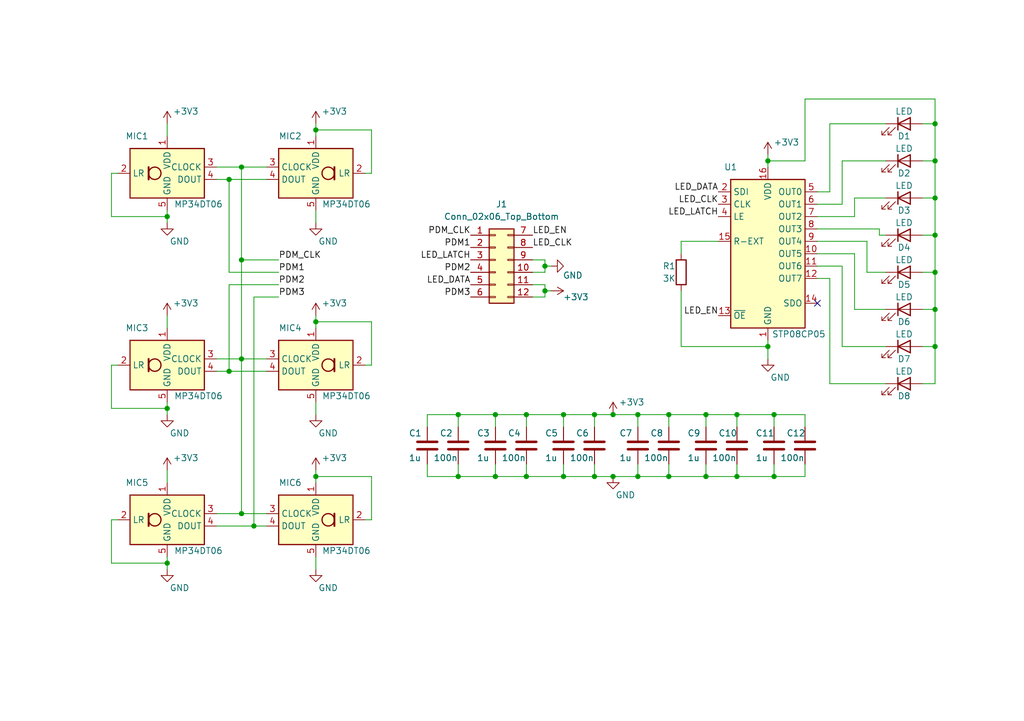
<source format=kicad_sch>
(kicad_sch (version 20210126) (generator eeschema)
  (paper "A5")
  (title_block (title "Sound Lens") (date "2021-02-22") (rev "0.1") (comment 1 "https://vitaly.codes/sound-lens"))
  (lib_symbols
    (symbol "Connector_Generic:Conn_02x06_Top_Bottom" (pin_names (offset 1.016) hide)
      (property "Reference" "J" (at 1.27 7.62 0))
      (property "Value" "Conn_02x06_Top_Bottom" (at 1.27 -10.16 0))
      (symbol "Conn_02x06_Top_Bottom_1_1"
        (rectangle (start -1.27 -4.953) (end 0 -5.207) (stroke (width 0.1524)))
        (rectangle (start -1.27 -7.493) (end 0 -7.747) (stroke (width 0.1524)))
        (rectangle (start -1.27 -2.413) (end 0 -2.667) (stroke (width 0.1524)))
        (rectangle (start -1.27 2.667) (end 0 2.413) (stroke (width 0.1524)))
        (rectangle (start -1.27 5.207) (end 0 4.953) (stroke (width 0.1524)))
        (rectangle (start -1.27 6.35) (end 3.81 -8.89) (stroke (width 0.254)) (fill (type background)))
        (rectangle (start -1.27 0.127) (end 0 -0.127) (stroke (width 0.1524)))
        (rectangle (start 3.81 -4.953) (end 2.54 -5.207) (stroke (width 0.1524)))
        (rectangle (start 3.81 -7.493) (end 2.54 -7.747) (stroke (width 0.1524)))
        (rectangle (start 3.81 -2.413) (end 2.54 -2.667) (stroke (width 0.1524)))
        (rectangle (start 3.81 2.667) (end 2.54 2.413) (stroke (width 0.1524)))
        (rectangle (start 3.81 5.207) (end 2.54 4.953) (stroke (width 0.1524)))
        (rectangle (start 3.81 0.127) (end 2.54 -0.127) (stroke (width 0.1524)))
        (pin passive line (at -5.08 5.08 0) (length 3.81) (name "Pin_1") (number "1"))
        (pin passive line (at 7.62 -2.54 180) (length 3.81) (name "Pin_10") (number "10"))
        (pin passive line (at 7.62 -5.08 180) (length 3.81) (name "Pin_11") (number "11"))
        (pin passive line (at 7.62 -7.62 180) (length 3.81) (name "Pin_12") (number "12"))
        (pin passive line (at -5.08 2.54 0) (length 3.81) (name "Pin_2") (number "2"))
        (pin passive line (at -5.08 0 0) (length 3.81) (name "Pin_3") (number "3"))
        (pin passive line (at -5.08 -2.54 0) (length 3.81) (name "Pin_4") (number "4"))
        (pin passive line (at -5.08 -5.08 0) (length 3.81) (name "Pin_5") (number "5"))
        (pin passive line (at -5.08 -7.62 0) (length 3.81) (name "Pin_6") (number "6"))
        (pin passive line (at 7.62 5.08 180) (length 3.81) (name "Pin_7") (number "7"))
        (pin passive line (at 7.62 2.54 180) (length 3.81) (name "Pin_8") (number "8"))
        (pin passive line (at 7.62 0 180) (length 3.81) (name "Pin_9") (number "9"))
      )
    )
    (symbol "Device:C" (pin_numbers hide) (pin_names (offset 0.254))
      (property "Reference" "C" (at 0.635 2.54 0))
      (property "Value" "C" (at 0.635 -2.54 0))
      (symbol "C_0_1"
        (polyline (pts (xy -2.032 -0.762) (xy 2.032 -0.762)) (stroke (width 0.508)))
        (polyline (pts (xy -2.032 0.762) (xy 2.032 0.762)) (stroke (width 0.508)))
      )
      (symbol "C_1_1"
        (pin passive line (at 0 3.81 270) (length 2.794) (name "~") (number "1"))
        (pin passive line (at 0 -3.81 90) (length 2.794) (name "~") (number "2"))
      )
    )
    (symbol "Device:LED" (pin_numbers hide) (pin_names (offset 1.016) hide)
      (property "Reference" "D" (at 0 2.54 0))
      (property "Value" "LED" (at 0 -2.54 0))
      (symbol "LED_0_1"
        (polyline (pts (xy -1.27 -1.27) (xy -1.27 1.27)) (stroke (width 0.254)))
        (polyline (pts (xy -1.27 0) (xy 1.27 0)))
        (polyline (pts (xy 1.27 -1.27) (xy 1.27 1.27) (xy -1.27 0) (xy 1.27 -1.27)) (stroke (width 0.254)))
        (polyline (pts (xy -3.048 -0.762) (xy -4.572 -2.286) (xy -3.81 -2.286) (xy -4.572 -2.286) (xy -4.572 -1.524)))
        (polyline (pts (xy -1.778 -0.762) (xy -3.302 -2.286) (xy -2.54 -2.286) (xy -3.302 -2.286) (xy -3.302 -1.524)))
      )
      (symbol "LED_1_1"
        (pin passive line (at -3.81 0 0) (length 2.54) (name "K") (number "1"))
        (pin passive line (at 3.81 0 180) (length 2.54) (name "A") (number "2"))
      )
    )
    (symbol "Device:R" (pin_numbers hide) (pin_names (offset 0))
      (property "Reference" "R" (at 2.032 0 90))
      (property "Value" "R" (at 0 0 90))
      (symbol "R_0_1"
        (rectangle (start -1.016 -2.54) (end 1.016 2.54) (stroke (width 0.254)))
      )
      (symbol "R_1_1"
        (pin passive line (at 0 3.81 270) (length 1.27) (name "~") (number "1"))
        (pin passive line (at 0 -3.81 90) (length 1.27) (name "~") (number "2"))
      )
    )
    (symbol "Driver_LED:STP08CP05"
      (property "Reference" "U" (at -7.62 16.51 0))
      (property "Value" "STP08CP05" (at 1.27 16.51 0))
      (symbol "STP08CP05_0_1"
        (rectangle (start -7.62 15.24) (end 7.62 -15.24) (stroke (width 0.254)) (fill (type background)))
      )
      (symbol "STP08CP05_1_1"
        (pin power_in line (at 0 -17.78 90) (length 2.54) (name "GND") (number "1"))
        (pin output line (at 10.16 0 180) (length 2.54) (name "OUT5") (number "10"))
        (pin output line (at 10.16 -2.54 180) (length 2.54) (name "OUT6") (number "11"))
        (pin output line (at 10.16 -5.08 180) (length 2.54) (name "OUT7") (number "12"))
        (pin input line (at -10.16 -12.7 0) (length 2.54) (name "~OE") (number "13"))
        (pin output line (at 10.16 -10.16 180) (length 2.54) (name "SDO") (number "14"))
        (pin passive line (at -10.16 2.54 0) (length 2.54) (name "R-EXT") (number "15"))
        (pin power_in line (at 0 17.78 270) (length 2.54) (name "VDD") (number "16"))
        (pin input line (at -10.16 12.7 0) (length 2.54) (name "SDI") (number "2"))
        (pin input line (at -10.16 10.16 0) (length 2.54) (name "CLK") (number "3"))
        (pin input line (at -10.16 7.62 0) (length 2.54) (name "LE") (number "4"))
        (pin output line (at 10.16 12.7 180) (length 2.54) (name "OUT0") (number "5"))
        (pin output line (at 10.16 10.16 180) (length 2.54) (name "OUT1") (number "6"))
        (pin output line (at 10.16 7.62 180) (length 2.54) (name "OUT2") (number "7"))
        (pin output line (at 10.16 5.08 180) (length 2.54) (name "OUT3") (number "8"))
        (pin output line (at 10.16 2.54 180) (length 2.54) (name "OUT4") (number "9"))
      )
    )
    (symbol "ProjectLibrary:MP34DT06"
      (property "Reference" "MIC" (at -5.08 -3.81 0))
      (property "Value" "MP34DT06" (at 6.35 7.62 0))
      (symbol "MP34DT06_1_1"
        (circle (center -2.54 0) (radius 1.27) (stroke (width 0.254)))
        (rectangle (start -7.62 5.08) (end 7.62 -5.08) (stroke (width 0.254)) (fill (type background)))
        (polyline (pts (xy -3.81 1.27) (xy -3.81 -1.27)) (stroke (width 0.381)))
        (pin output line (at 10.16 -1.27 180) (length 2.54) (name "DOUT") (number "4"))
        (pin input line (at -10.16 0 0) (length 2.54) (name "LR") (number "2"))
        (pin power_in line (at 0 -7.62 90) (length 2.54) (name "GND") (number "5"))
        (pin input line (at 10.16 1.27 180) (length 2.54) (name "CLOCK") (number "3"))
        (pin power_in line (at 0 7.62 270) (length 2.54) (name "VDD") (number "1"))
      )
    )
    (symbol "ProjectLibrary:MP34DT06_1"
      (property "Reference" "MIC" (at -5.08 -3.81 0))
      (property "Value" "MP34DT06" (at 6.35 7.62 0))
      (symbol "MP34DT06_1_1_1"
        (circle (center -2.54 0) (radius 1.27) (stroke (width 0.254)))
        (rectangle (start -7.62 5.08) (end 7.62 -5.08) (stroke (width 0.254)) (fill (type background)))
        (polyline (pts (xy -3.81 1.27) (xy -3.81 -1.27)) (stroke (width 0.381)))
        (pin output line (at 10.16 -1.27 180) (length 2.54) (name "DOUT") (number "4"))
        (pin input line (at -10.16 0 0) (length 2.54) (name "LR") (number "2"))
        (pin power_in line (at 0 -7.62 90) (length 2.54) (name "GND") (number "5"))
        (pin input line (at 10.16 1.27 180) (length 2.54) (name "CLOCK") (number "3"))
        (pin power_in line (at 0 7.62 270) (length 2.54) (name "VDD") (number "1"))
      )
    )
    (symbol "ProjectLibrary:MP34DT06_2"
      (property "Reference" "MIC" (at -5.08 -3.81 0))
      (property "Value" "MP34DT06" (at 6.35 7.62 0))
      (symbol "MP34DT06_2_1_1"
        (circle (center -2.54 0) (radius 1.27) (stroke (width 0.254)))
        (rectangle (start -7.62 5.08) (end 7.62 -5.08) (stroke (width 0.254)) (fill (type background)))
        (polyline (pts (xy -3.81 1.27) (xy -3.81 -1.27)) (stroke (width 0.381)))
        (pin output line (at 10.16 -1.27 180) (length 2.54) (name "DOUT") (number "4"))
        (pin input line (at -10.16 0 0) (length 2.54) (name "LR") (number "2"))
        (pin power_in line (at 0 -7.62 90) (length 2.54) (name "GND") (number "5"))
        (pin input line (at 10.16 1.27 180) (length 2.54) (name "CLOCK") (number "3"))
        (pin power_in line (at 0 7.62 270) (length 2.54) (name "VDD") (number "1"))
      )
    )
    (symbol "ProjectLibrary:MP34DT06_3"
      (property "Reference" "MIC" (at -5.08 -3.81 0))
      (property "Value" "MP34DT06" (at 6.35 7.62 0))
      (symbol "MP34DT06_3_1_1"
        (circle (center -2.54 0) (radius 1.27) (stroke (width 0.254)))
        (rectangle (start -7.62 5.08) (end 7.62 -5.08) (stroke (width 0.254)) (fill (type background)))
        (polyline (pts (xy -3.81 1.27) (xy -3.81 -1.27)) (stroke (width 0.381)))
        (pin output line (at 10.16 -1.27 180) (length 2.54) (name "DOUT") (number "4"))
        (pin input line (at -10.16 0 0) (length 2.54) (name "LR") (number "2"))
        (pin power_in line (at 0 -7.62 90) (length 2.54) (name "GND") (number "5"))
        (pin input line (at 10.16 1.27 180) (length 2.54) (name "CLOCK") (number "3"))
        (pin power_in line (at 0 7.62 270) (length 2.54) (name "VDD") (number "1"))
      )
    )
    (symbol "ProjectLibrary:MP34DT06_4"
      (property "Reference" "MIC" (at -5.08 -3.81 0))
      (property "Value" "MP34DT06" (at 6.35 7.62 0))
      (symbol "MP34DT06_4_1_1"
        (circle (center -2.54 0) (radius 1.27) (stroke (width 0.254)))
        (rectangle (start -7.62 5.08) (end 7.62 -5.08) (stroke (width 0.254)) (fill (type background)))
        (polyline (pts (xy -3.81 1.27) (xy -3.81 -1.27)) (stroke (width 0.381)))
        (pin output line (at 10.16 -1.27 180) (length 2.54) (name "DOUT") (number "4"))
        (pin input line (at -10.16 0 0) (length 2.54) (name "LR") (number "2"))
        (pin power_in line (at 0 -7.62 90) (length 2.54) (name "GND") (number "5"))
        (pin input line (at 10.16 1.27 180) (length 2.54) (name "CLOCK") (number "3"))
        (pin power_in line (at 0 7.62 270) (length 2.54) (name "VDD") (number "1"))
      )
    )
    (symbol "ProjectLibrary:MP34DT06_5"
      (property "Reference" "MIC" (at -5.08 -3.81 0))
      (property "Value" "MP34DT06" (at 6.35 7.62 0))
      (symbol "MP34DT06_5_1_1"
        (circle (center -2.54 0) (radius 1.27) (stroke (width 0.254)))
        (rectangle (start -7.62 5.08) (end 7.62 -5.08) (stroke (width 0.254)) (fill (type background)))
        (polyline (pts (xy -3.81 1.27) (xy -3.81 -1.27)) (stroke (width 0.381)))
        (pin output line (at 10.16 -1.27 180) (length 2.54) (name "DOUT") (number "4"))
        (pin input line (at -10.16 0 0) (length 2.54) (name "LR") (number "2"))
        (pin power_in line (at 0 -7.62 90) (length 2.54) (name "GND") (number "5"))
        (pin input line (at 10.16 1.27 180) (length 2.54) (name "CLOCK") (number "3"))
        (pin power_in line (at 0 7.62 270) (length 2.54) (name "VDD") (number "1"))
      )
    )
    (symbol "power:+3.3V" (power) (pin_names (offset 0))
      (property "Value" "+3.3V" (at 0 3.556 0))
      (symbol "+3.3V_0_1"
        (polyline (pts (xy -0.762 1.27) (xy 0 2.54)))
        (polyline (pts (xy 0 0) (xy 0 2.54)))
        (polyline (pts (xy 0 2.54) (xy 0.762 1.27)))
      )
      (symbol "+3.3V_1_1"
        (pin power_in line (at 0 0 90) (length 0) hide (name "+3V3") (number "1"))
      )
    )
    (symbol "power:GND" (power) (pin_names (offset 0))
      (property "Value" "GND" (at 0 -3.81 0))
      (symbol "GND_0_1"
        (polyline (pts (xy 0 0) (xy 0 -1.27) (xy 1.27 -1.27) (xy 0 -2.54) (xy -1.27 -1.27) (xy 0 -1.27)))
      )
      (symbol "GND_1_1"
        (pin power_in line (at 0 0 270) (length 0) hide (name "GND") (number "1"))
      )
    )
  )
  (junction (at 34.29 44.45) (diameter 0.9144))
  (junction (at 34.29 83.82) (diameter 0.9144))
  (junction (at 34.29 115.57) (diameter 0.9144))
  (junction (at 46.99 36.83) (diameter 0.9144))
  (junction (at 46.99 76.2) (diameter 0.9144))
  (junction (at 49.53 34.29) (diameter 0.9144))
  (junction (at 49.53 53.34) (diameter 0.9144))
  (junction (at 49.53 73.66) (diameter 0.9144))
  (junction (at 49.53 105.41) (diameter 0.9144))
  (junction (at 52.07 107.95) (diameter 0.9144))
  (junction (at 64.77 26.67) (diameter 0.9144))
  (junction (at 64.77 66.04) (diameter 0.9144))
  (junction (at 64.77 97.79) (diameter 0.9144))
  (junction (at 93.98 85.09) (diameter 0.9144))
  (junction (at 93.98 97.79) (diameter 0.9144))
  (junction (at 101.6 85.09) (diameter 0.9144))
  (junction (at 101.6 97.79) (diameter 0.9144))
  (junction (at 107.95 85.09) (diameter 0.9144))
  (junction (at 107.95 97.79) (diameter 0.9144))
  (junction (at 111.76 54.61) (diameter 0.9144))
  (junction (at 111.76 59.69) (diameter 0.9144))
  (junction (at 115.57 85.09) (diameter 0.9144))
  (junction (at 115.57 97.79) (diameter 0.9144))
  (junction (at 121.92 85.09) (diameter 0.9144))
  (junction (at 121.92 97.79) (diameter 0.9144))
  (junction (at 125.73 85.09) (diameter 0.9144))
  (junction (at 125.73 97.79) (diameter 0.9144))
  (junction (at 130.81 85.09) (diameter 0.9144))
  (junction (at 130.81 97.79) (diameter 0.9144))
  (junction (at 137.16 85.09) (diameter 0.9144))
  (junction (at 137.16 97.79) (diameter 0.9144))
  (junction (at 144.78 85.09) (diameter 0.9144))
  (junction (at 144.78 97.79) (diameter 0.9144))
  (junction (at 151.13 85.09) (diameter 0.9144))
  (junction (at 151.13 97.79) (diameter 0.9144))
  (junction (at 157.48 33.02) (diameter 0.9144))
  (junction (at 157.48 71.12) (diameter 0.9144))
  (junction (at 158.75 85.09) (diameter 0.9144))
  (junction (at 158.75 97.79) (diameter 0.9144))
  (junction (at 191.77 25.4) (diameter 0.9144))
  (junction (at 191.77 33.02) (diameter 0.9144))
  (junction (at 191.77 40.64) (diameter 0.9144))
  (junction (at 191.77 48.26) (diameter 0.9144))
  (junction (at 191.77 55.88) (diameter 0.9144))
  (junction (at 191.77 63.5) (diameter 0.9144))
  (junction (at 191.77 71.12) (diameter 0.9144))
  (no_connect (at 167.64 62.23))
  (wire (pts (xy 22.86 35.56) (xy 22.86 44.45)))
  (wire (pts (xy 22.86 44.45) (xy 34.29 44.45)))
  (wire (pts (xy 22.86 74.93) (xy 22.86 83.82)))
  (wire (pts (xy 22.86 83.82) (xy 34.29 83.82)))
  (wire (pts (xy 22.86 106.68) (xy 22.86 115.57)))
  (wire (pts (xy 22.86 115.57) (xy 34.29 115.57)))
  (wire (pts (xy 24.13 35.56) (xy 22.86 35.56)))
  (wire (pts (xy 24.13 74.93) (xy 22.86 74.93)))
  (wire (pts (xy 24.13 106.68) (xy 22.86 106.68)))
  (wire (pts (xy 34.29 25.4) (xy 34.29 27.94)))
  (wire (pts (xy 34.29 43.18) (xy 34.29 44.45)))
  (wire (pts (xy 34.29 44.45) (xy 34.29 45.72)))
  (wire (pts (xy 34.29 64.77) (xy 34.29 67.31)))
  (wire (pts (xy 34.29 82.55) (xy 34.29 83.82)))
  (wire (pts (xy 34.29 83.82) (xy 34.29 85.09)))
  (wire (pts (xy 34.29 96.52) (xy 34.29 99.06)))
  (wire (pts (xy 34.29 114.3) (xy 34.29 115.57)))
  (wire (pts (xy 34.29 115.57) (xy 34.29 116.84)))
  (wire (pts (xy 44.45 34.29) (xy 49.53 34.29)))
  (wire (pts (xy 44.45 36.83) (xy 46.99 36.83)))
  (wire (pts (xy 44.45 73.66) (xy 49.53 73.66)))
  (wire (pts (xy 44.45 76.2) (xy 46.99 76.2)))
  (wire (pts (xy 44.45 105.41) (xy 49.53 105.41)))
  (wire (pts (xy 44.45 107.95) (xy 52.07 107.95)))
  (wire (pts (xy 46.99 36.83) (xy 54.61 36.83)))
  (wire (pts (xy 46.99 55.88) (xy 46.99 36.83)))
  (wire (pts (xy 46.99 58.42) (xy 46.99 76.2)))
  (wire (pts (xy 46.99 76.2) (xy 54.61 76.2)))
  (wire (pts (xy 49.53 34.29) (xy 49.53 53.34)))
  (wire (pts (xy 49.53 34.29) (xy 54.61 34.29)))
  (wire (pts (xy 49.53 53.34) (xy 49.53 73.66)))
  (wire (pts (xy 49.53 53.34) (xy 57.15 53.34)))
  (wire (pts (xy 49.53 73.66) (xy 49.53 105.41)))
  (wire (pts (xy 49.53 73.66) (xy 54.61 73.66)))
  (wire (pts (xy 49.53 105.41) (xy 54.61 105.41)))
  (wire (pts (xy 52.07 60.96) (xy 52.07 107.95)))
  (wire (pts (xy 52.07 107.95) (xy 54.61 107.95)))
  (wire (pts (xy 57.15 55.88) (xy 46.99 55.88)))
  (wire (pts (xy 57.15 58.42) (xy 46.99 58.42)))
  (wire (pts (xy 57.15 60.96) (xy 52.07 60.96)))
  (wire (pts (xy 64.77 25.4) (xy 64.77 26.67)))
  (wire (pts (xy 64.77 26.67) (xy 64.77 27.94)))
  (wire (pts (xy 64.77 43.18) (xy 64.77 45.72)))
  (wire (pts (xy 64.77 64.77) (xy 64.77 66.04)))
  (wire (pts (xy 64.77 66.04) (xy 64.77 67.31)))
  (wire (pts (xy 64.77 82.55) (xy 64.77 85.09)))
  (wire (pts (xy 64.77 96.52) (xy 64.77 97.79)))
  (wire (pts (xy 64.77 97.79) (xy 64.77 99.06)))
  (wire (pts (xy 64.77 114.3) (xy 64.77 116.84)))
  (wire (pts (xy 74.93 35.56) (xy 76.2 35.56)))
  (wire (pts (xy 74.93 74.93) (xy 76.2 74.93)))
  (wire (pts (xy 74.93 106.68) (xy 76.2 106.68)))
  (wire (pts (xy 76.2 26.67) (xy 64.77 26.67)))
  (wire (pts (xy 76.2 35.56) (xy 76.2 26.67)))
  (wire (pts (xy 76.2 66.04) (xy 64.77 66.04)))
  (wire (pts (xy 76.2 74.93) (xy 76.2 66.04)))
  (wire (pts (xy 76.2 97.79) (xy 64.77 97.79)))
  (wire (pts (xy 76.2 106.68) (xy 76.2 97.79)))
  (wire (pts (xy 87.63 85.09) (xy 87.63 87.63)))
  (wire (pts (xy 87.63 97.79) (xy 87.63 95.25)))
  (wire (pts (xy 93.98 85.09) (xy 87.63 85.09)))
  (wire (pts (xy 93.98 85.09) (xy 93.98 87.63)))
  (wire (pts (xy 93.98 97.79) (xy 87.63 97.79)))
  (wire (pts (xy 93.98 97.79) (xy 93.98 95.25)))
  (wire (pts (xy 101.6 85.09) (xy 93.98 85.09)))
  (wire (pts (xy 101.6 85.09) (xy 101.6 87.63)))
  (wire (pts (xy 101.6 97.79) (xy 93.98 97.79)))
  (wire (pts (xy 101.6 97.79) (xy 101.6 95.25)))
  (wire (pts (xy 107.95 85.09) (xy 101.6 85.09)))
  (wire (pts (xy 107.95 85.09) (xy 107.95 87.63)))
  (wire (pts (xy 107.95 97.79) (xy 101.6 97.79)))
  (wire (pts (xy 107.95 97.79) (xy 107.95 95.25)))
  (wire (pts (xy 109.22 53.34) (xy 111.76 53.34)))
  (wire (pts (xy 109.22 55.88) (xy 111.76 55.88)))
  (wire (pts (xy 109.22 58.42) (xy 111.76 58.42)))
  (wire (pts (xy 109.22 60.96) (xy 111.76 60.96)))
  (wire (pts (xy 111.76 53.34) (xy 111.76 54.61)))
  (wire (pts (xy 111.76 54.61) (xy 113.03 54.61)))
  (wire (pts (xy 111.76 55.88) (xy 111.76 54.61)))
  (wire (pts (xy 111.76 58.42) (xy 111.76 59.69)))
  (wire (pts (xy 111.76 59.69) (xy 113.03 59.69)))
  (wire (pts (xy 111.76 60.96) (xy 111.76 59.69)))
  (wire (pts (xy 115.57 85.09) (xy 107.95 85.09)))
  (wire (pts (xy 115.57 85.09) (xy 115.57 87.63)))
  (wire (pts (xy 115.57 97.79) (xy 107.95 97.79)))
  (wire (pts (xy 115.57 97.79) (xy 115.57 95.25)))
  (wire (pts (xy 121.92 85.09) (xy 115.57 85.09)))
  (wire (pts (xy 121.92 85.09) (xy 121.92 87.63)))
  (wire (pts (xy 121.92 97.79) (xy 115.57 97.79)))
  (wire (pts (xy 121.92 97.79) (xy 121.92 95.25)))
  (wire (pts (xy 125.73 85.09) (xy 121.92 85.09)))
  (wire (pts (xy 125.73 85.09) (xy 130.81 85.09)))
  (wire (pts (xy 125.73 97.79) (xy 121.92 97.79)))
  (wire (pts (xy 125.73 97.79) (xy 130.81 97.79)))
  (wire (pts (xy 130.81 85.09) (xy 130.81 87.63)))
  (wire (pts (xy 130.81 85.09) (xy 137.16 85.09)))
  (wire (pts (xy 130.81 97.79) (xy 130.81 95.25)))
  (wire (pts (xy 130.81 97.79) (xy 137.16 97.79)))
  (wire (pts (xy 137.16 85.09) (xy 137.16 87.63)))
  (wire (pts (xy 137.16 85.09) (xy 144.78 85.09)))
  (wire (pts (xy 137.16 97.79) (xy 137.16 95.25)))
  (wire (pts (xy 137.16 97.79) (xy 144.78 97.79)))
  (wire (pts (xy 139.7 49.53) (xy 139.7 52.07)))
  (wire (pts (xy 139.7 59.69) (xy 139.7 71.12)))
  (wire (pts (xy 144.78 85.09) (xy 144.78 87.63)))
  (wire (pts (xy 144.78 85.09) (xy 151.13 85.09)))
  (wire (pts (xy 144.78 97.79) (xy 144.78 95.25)))
  (wire (pts (xy 144.78 97.79) (xy 151.13 97.79)))
  (wire (pts (xy 147.32 49.53) (xy 139.7 49.53)))
  (wire (pts (xy 151.13 85.09) (xy 151.13 87.63)))
  (wire (pts (xy 151.13 85.09) (xy 158.75 85.09)))
  (wire (pts (xy 151.13 97.79) (xy 151.13 95.25)))
  (wire (pts (xy 151.13 97.79) (xy 158.75 97.79)))
  (wire (pts (xy 157.48 31.75) (xy 157.48 33.02)))
  (wire (pts (xy 157.48 33.02) (xy 157.48 34.29)))
  (wire (pts (xy 157.48 69.85) (xy 157.48 71.12)))
  (wire (pts (xy 157.48 71.12) (xy 139.7 71.12)))
  (wire (pts (xy 157.48 71.12) (xy 157.48 73.66)))
  (wire (pts (xy 158.75 85.09) (xy 158.75 87.63)))
  (wire (pts (xy 158.75 85.09) (xy 165.1 85.09)))
  (wire (pts (xy 158.75 97.79) (xy 158.75 95.25)))
  (wire (pts (xy 158.75 97.79) (xy 165.1 97.79)))
  (wire (pts (xy 165.1 20.32) (xy 165.1 33.02)))
  (wire (pts (xy 165.1 33.02) (xy 157.48 33.02)))
  (wire (pts (xy 165.1 85.09) (xy 165.1 87.63)))
  (wire (pts (xy 165.1 97.79) (xy 165.1 95.25)))
  (wire (pts (xy 170.18 25.4) (xy 170.18 39.37)))
  (wire (pts (xy 170.18 39.37) (xy 167.64 39.37)))
  (wire (pts (xy 170.18 57.15) (xy 167.64 57.15)))
  (wire (pts (xy 170.18 78.74) (xy 170.18 57.15)))
  (wire (pts (xy 172.72 33.02) (xy 172.72 41.91)))
  (wire (pts (xy 172.72 41.91) (xy 167.64 41.91)))
  (wire (pts (xy 172.72 54.61) (xy 167.64 54.61)))
  (wire (pts (xy 172.72 71.12) (xy 172.72 54.61)))
  (wire (pts (xy 175.26 40.64) (xy 175.26 44.45)))
  (wire (pts (xy 175.26 44.45) (xy 167.64 44.45)))
  (wire (pts (xy 175.26 52.07) (xy 167.64 52.07)))
  (wire (pts (xy 175.26 63.5) (xy 175.26 52.07)))
  (wire (pts (xy 177.8 49.53) (xy 167.64 49.53)))
  (wire (pts (xy 177.8 55.88) (xy 177.8 49.53)))
  (wire (pts (xy 180.34 46.99) (xy 167.64 46.99)))
  (wire (pts (xy 180.34 48.26) (xy 180.34 46.99)))
  (wire (pts (xy 181.61 25.4) (xy 170.18 25.4)))
  (wire (pts (xy 181.61 33.02) (xy 172.72 33.02)))
  (wire (pts (xy 181.61 40.64) (xy 175.26 40.64)))
  (wire (pts (xy 181.61 48.26) (xy 180.34 48.26)))
  (wire (pts (xy 181.61 55.88) (xy 177.8 55.88)))
  (wire (pts (xy 181.61 63.5) (xy 175.26 63.5)))
  (wire (pts (xy 181.61 71.12) (xy 172.72 71.12)))
  (wire (pts (xy 181.61 78.74) (xy 170.18 78.74)))
  (wire (pts (xy 189.23 25.4) (xy 191.77 25.4)))
  (wire (pts (xy 189.23 33.02) (xy 191.77 33.02)))
  (wire (pts (xy 189.23 40.64) (xy 191.77 40.64)))
  (wire (pts (xy 189.23 48.26) (xy 191.77 48.26)))
  (wire (pts (xy 189.23 55.88) (xy 191.77 55.88)))
  (wire (pts (xy 189.23 63.5) (xy 191.77 63.5)))
  (wire (pts (xy 189.23 71.12) (xy 191.77 71.12)))
  (wire (pts (xy 189.23 78.74) (xy 191.77 78.74)))
  (wire (pts (xy 191.77 20.32) (xy 165.1 20.32)))
  (wire (pts (xy 191.77 25.4) (xy 191.77 20.32)))
  (wire (pts (xy 191.77 33.02) (xy 191.77 25.4)))
  (wire (pts (xy 191.77 40.64) (xy 191.77 33.02)))
  (wire (pts (xy 191.77 48.26) (xy 191.77 40.64)))
  (wire (pts (xy 191.77 55.88) (xy 191.77 48.26)))
  (wire (pts (xy 191.77 63.5) (xy 191.77 55.88)))
  (wire (pts (xy 191.77 71.12) (xy 191.77 63.5)))
  (wire (pts (xy 191.77 78.74) (xy 191.77 71.12)))
  (label "PDM_CLK" (at 57.15 53.34 0))
  (label "PDM1" (at 57.15 55.88 0))
  (label "PDM2" (at 57.15 58.42 0))
  (label "PDM3" (at 57.15 60.96 0))
  (label "PDM_CLK" (at 96.52 48.26 180))
  (label "PDM1" (at 96.52 50.8 180))
  (label "LED_LATCH" (at 96.52 53.34 180))
  (label "PDM2" (at 96.52 55.88 180))
  (label "LED_DATA" (at 96.52 58.42 180))
  (label "PDM3" (at 96.52 60.96 180))
  (label "LED_EN" (at 109.22 48.26 0))
  (label "LED_CLK" (at 109.22 50.8 0))
  (label "LED_DATA" (at 147.32 39.37 180))
  (label "LED_CLK" (at 147.32 41.91 180))
  (label "LED_LATCH" (at 147.32 44.45 180))
  (label "LED_EN" (at 147.32 64.77 180))
  (symbol (lib_id "power:+3.3V") (at 34.29 25.4 0) (unit 1)
    (property "Reference" "#PWR0109" (effects hide))
    (property "Value" "+3.3V" (at 38.1 22.86 0))
  )
  (symbol (lib_id "power:+3.3V") (at 34.29 64.77 0) (unit 1)
    (property "Reference" "#PWR0108" (effects hide))
    (property "Value" "+3.3V" (at 38.1 62.23 0))
  )
  (symbol (lib_id "power:+3.3V") (at 34.29 96.52 0) (unit 1)
    (property "Reference" "#PWR0110" (effects hide))
    (property "Value" "+3.3V" (at 38.1 93.98 0))
  )
  (symbol (lib_id "power:+3.3V") (at 64.77 25.4 0) (unit 1)
    (property "Reference" "#PWR0114" (effects hide))
    (property "Value" "+3.3V" (at 68.58 22.86 0))
  )
  (symbol (lib_id "power:+3.3V") (at 64.77 64.77 0) (unit 1)
    (property "Reference" "#PWR0103" (effects hide))
    (property "Value" "+3.3V" (at 68.58 62.23 0))
  )
  (symbol (lib_id "power:+3.3V") (at 64.77 96.52 0) (unit 1)
    (property "Reference" "#PWR0104" (effects hide))
    (property "Value" "+3.3V" (at 68.58 93.98 0))
  )
  (symbol (lib_id "power:+3.3V") (at 113.03 59.69 270) (unit 1)
    (property "Reference" "#PWR0116" (effects hide))
    (property "Value" "+3.3V" (at 118.11 60.96 90))
  )
  (symbol (lib_id "power:+3.3V") (at 125.73 85.09 0) (unit 1)
    (property "Reference" "#PWR0117" (effects hide))
    (property "Value" "+3.3V" (at 129.54 82.55 0))
  )
  (symbol (lib_id "power:+3.3V") (at 157.48 31.75 0) (unit 1)
    (property "Reference" "#PWR0102" (effects hide))
    (property "Value" "+3.3V" (at 161.29 29.21 0))
  )
  (symbol (lib_id "power:GND") (at 34.29 45.72 0) (unit 1)
    (property "Reference" "#PWR0107" (effects hide))
    (property "Value" "GND" (at 36.83 49.53 0))
  )
  (symbol (lib_id "power:GND") (at 34.29 85.09 0) (unit 1)
    (property "Reference" "#PWR0111" (effects hide))
    (property "Value" "GND" (at 36.83 88.9 0))
  )
  (symbol (lib_id "power:GND") (at 34.29 116.84 0) (unit 1)
    (property "Reference" "#PWR0112" (effects hide))
    (property "Value" "GND" (at 36.83 120.65 0))
  )
  (symbol (lib_id "power:GND") (at 64.77 45.72 0) (unit 1)
    (property "Reference" "#PWR0113" (effects hide))
    (property "Value" "GND" (at 67.31 49.53 0))
  )
  (symbol (lib_id "power:GND") (at 64.77 85.09 0) (unit 1)
    (property "Reference" "#PWR0106" (effects hide))
    (property "Value" "GND" (at 67.31 88.9 0))
  )
  (symbol (lib_id "power:GND") (at 64.77 116.84 0) (unit 1)
    (property "Reference" "#PWR0105" (effects hide))
    (property "Value" "GND" (at 67.31 120.65 0))
  )
  (symbol (lib_id "power:GND") (at 113.03 54.61 90) (unit 1)
    (property "Reference" "#PWR0115" (effects hide))
    (property "Value" "GND" (at 117.475 56.515 90))
  )
  (symbol (lib_id "power:GND") (at 125.73 97.79 0) (unit 1)
    (property "Reference" "#PWR0118" (effects hide))
    (property "Value" "GND" (at 128.27 101.6 0))
  )
  (symbol (lib_id "power:GND") (at 157.48 73.66 0) (unit 1)
    (property "Reference" "#PWR0101" (effects hide))
    (property "Value" "GND" (at 160.02 77.47 0))
  )
  (symbol (lib_id "Device:R") (at 139.7 55.88 0) (unit 1)
    (property "Reference" "R1" (at 135.89 54.61 0) (effects (justify left)))
    (property "Value" "3K" (at 135.89 57.15 0) (effects (justify left)))
    (property "Footprint" "Resistor_SMD:R_0603_1608Metric" (effects hide))
  )
  (symbol (lib_id "Device:LED") (at 185.42 25.4 0) (unit 1)
    (property "Reference" "D1" (at 185.42 27.94 0))
    (property "Value" "LED" (at 185.42 22.86 0))
    (property "Footprint" "LED_SMD:LED_0603_1608Metric" (effects hide))
  )
  (symbol (lib_id "Device:LED") (at 185.42 33.02 0) (unit 1)
    (property "Reference" "D2" (at 185.42 35.56 0))
    (property "Value" "LED" (at 185.42 30.48 0))
    (property "Footprint" "LED_SMD:LED_0603_1608Metric" (effects hide))
  )
  (symbol (lib_id "Device:LED") (at 185.42 40.64 0) (unit 1)
    (property "Reference" "D3" (at 185.42 43.18 0))
    (property "Value" "LED" (at 185.42 38.1 0))
    (property "Footprint" "LED_SMD:LED_0603_1608Metric" (effects hide))
  )
  (symbol (lib_id "Device:LED") (at 185.42 48.26 0) (unit 1)
    (property "Reference" "D4" (at 185.42 50.8 0))
    (property "Value" "LED" (at 185.42 45.72 0))
    (property "Footprint" "LED_SMD:LED_0603_1608Metric" (effects hide))
  )
  (symbol (lib_id "Device:LED") (at 185.42 55.88 0) (unit 1)
    (property "Reference" "D5" (at 185.42 58.42 0))
    (property "Value" "LED" (at 185.42 53.34 0))
    (property "Footprint" "LED_SMD:LED_0603_1608Metric" (effects hide))
  )
  (symbol (lib_id "Device:LED") (at 185.42 63.5 0) (unit 1)
    (property "Reference" "D6" (at 185.42 66.04 0))
    (property "Value" "LED" (at 185.42 60.96 0))
    (property "Footprint" "LED_SMD:LED_0603_1608Metric" (effects hide))
  )
  (symbol (lib_id "Device:LED") (at 185.42 71.12 0) (unit 1)
    (property "Reference" "D7" (at 185.42 73.66 0))
    (property "Value" "LED" (at 185.42 68.58 0))
    (property "Footprint" "LED_SMD:LED_0603_1608Metric" (effects hide))
  )
  (symbol (lib_id "Device:LED") (at 185.42 78.74 0) (unit 1)
    (property "Reference" "D8" (at 185.42 81.28 0))
    (property "Value" "LED" (at 185.42 76.2 0))
    (property "Footprint" "LED_SMD:LED_0603_1608Metric" (effects hide))
  )
  (symbol (lib_id "Device:C") (at 87.63 91.44 0) (unit 1)
    (property "Reference" "C1" (at 83.82 88.9 0) (effects (justify left)))
    (property "Value" "1u" (at 83.82 93.98 0) (effects (justify left)))
    (property "Footprint" "Resistor_SMD:R_0603_1608Metric" (effects hide))
  )
  (symbol (lib_id "Device:C") (at 93.98 91.44 0) (unit 1)
    (property "Reference" "C2" (at 90.17 88.9 0) (effects (justify left)))
    (property "Value" "100n" (at 88.9 93.98 0) (effects (justify left)))
    (property "Footprint" "Resistor_SMD:R_0603_1608Metric" (effects hide))
  )
  (symbol (lib_id "Device:C") (at 101.6 91.44 0) (unit 1)
    (property "Reference" "C3" (at 97.79 88.9 0) (effects (justify left)))
    (property "Value" "1u" (at 97.79 93.98 0) (effects (justify left)))
    (property "Footprint" "Resistor_SMD:R_0603_1608Metric" (effects hide))
  )
  (symbol (lib_id "Device:C") (at 107.95 91.44 0) (unit 1)
    (property "Reference" "C4" (at 104.14 88.9 0) (effects (justify left)))
    (property "Value" "100n" (at 102.87 93.98 0) (effects (justify left)))
    (property "Footprint" "Resistor_SMD:R_0603_1608Metric" (effects hide))
  )
  (symbol (lib_id "Device:C") (at 115.57 91.44 0) (unit 1)
    (property "Reference" "C5" (at 111.76 88.9 0) (effects (justify left)))
    (property "Value" "1u" (at 111.76 93.98 0) (effects (justify left)))
    (property "Footprint" "Resistor_SMD:R_0603_1608Metric" (effects hide))
  )
  (symbol (lib_id "Device:C") (at 121.92 91.44 0) (unit 1)
    (property "Reference" "C6" (at 118.11 88.9 0) (effects (justify left)))
    (property "Value" "100n" (at 116.84 93.98 0) (effects (justify left)))
    (property "Footprint" "Resistor_SMD:R_0603_1608Metric" (effects hide))
  )
  (symbol (lib_id "Device:C") (at 130.81 91.44 0) (unit 1)
    (property "Reference" "C7" (at 127 88.9 0) (effects (justify left)))
    (property "Value" "1u" (at 127 93.98 0) (effects (justify left)))
    (property "Footprint" "Resistor_SMD:R_0603_1608Metric" (effects hide))
  )
  (symbol (lib_id "Device:C") (at 137.16 91.44 0) (unit 1)
    (property "Reference" "C8" (at 133.35 88.9 0) (effects (justify left)))
    (property "Value" "100n" (at 132.08 93.98 0) (effects (justify left)))
    (property "Footprint" "Resistor_SMD:R_0603_1608Metric" (effects hide))
  )
  (symbol (lib_id "Device:C") (at 144.78 91.44 0) (unit 1)
    (property "Reference" "C9" (at 140.97 88.9 0) (effects (justify left)))
    (property "Value" "1u" (at 140.97 93.98 0) (effects (justify left)))
    (property "Footprint" "Resistor_SMD:R_0603_1608Metric" (effects hide))
  )
  (symbol (lib_id "Device:C") (at 151.13 91.44 0) (unit 1)
    (property "Reference" "C10" (at 147.32 88.9 0) (effects (justify left)))
    (property "Value" "100n" (at 146.05 93.98 0) (effects (justify left)))
    (property "Footprint" "Resistor_SMD:R_0603_1608Metric" (effects hide))
  )
  (symbol (lib_id "Device:C") (at 158.75 91.44 0) (unit 1)
    (property "Reference" "C11" (at 154.94 88.9 0) (effects (justify left)))
    (property "Value" "1u" (at 154.94 93.98 0) (effects (justify left)))
    (property "Footprint" "Resistor_SMD:R_0603_1608Metric" (effects hide))
  )
  (symbol (lib_id "Device:C") (at 165.1 91.44 0) (unit 1)
    (property "Reference" "C12" (at 161.29 88.9 0) (effects (justify left)))
    (property "Value" "100n" (at 160.02 93.98 0) (effects (justify left)))
    (property "Footprint" "Resistor_SMD:R_0603_1608Metric" (effects hide))
  )
  (symbol (lib_id "Connector_Generic:Conn_02x06_Top_Bottom") (at 101.6 53.34 0) (unit 1)
    (property "Reference" "J1" (at 102.87 41.91 0))
    (property "Value" "Conn_02x06_Top_Bottom" (at 102.87 44.45 0))
    (property "Footprint" "Connector_PinHeader_2.54mm:PinHeader_2x06_P2.54mm_Vertical" (effects hide))
  )
  (symbol (lib_name "ProjectLibrary:MP34DT06_4") (lib_id "ProjectLibrary:MP34DT06") (at 34.29 35.56 0) (unit 1)
    (property "Reference" "MIC1" (at 30.48 27.94 0) (effects (justify right)))
    (property "Value" "MP34DT06" (at 45.72 41.91 0) (effects (justify right)))
    (property "Footprint" "ProjectLibrary:MP34DT06J" (effects hide))
    (property "Datasheet" "https://www.st.com/resource/en/datasheet/mp34dt06j.pdf" (effects hide))
  )
  (symbol (lib_name "ProjectLibrary:MP34DT06_5") (lib_id "ProjectLibrary:MP34DT06") (at 34.29 74.93 0) (unit 1)
    (property "Reference" "MIC3" (at 30.48 67.31 0) (effects (justify right)))
    (property "Value" "MP34DT06" (at 45.72 81.28 0) (effects (justify right)))
    (property "Footprint" "ProjectLibrary:MP34DT06J" (effects hide))
    (property "Datasheet" "https://www.st.com/resource/en/datasheet/mp34dt06j.pdf" (effects hide))
  )
  (symbol (lib_id "ProjectLibrary:MP34DT06") (at 34.29 106.68 0) (unit 1)
    (property "Reference" "MIC5" (at 30.48 99.06 0) (effects (justify right)))
    (property "Value" "MP34DT06" (at 45.72 113.03 0) (effects (justify right)))
    (property "Footprint" "ProjectLibrary:MP34DT06J" (effects hide))
    (property "Datasheet" "https://www.st.com/resource/en/datasheet/mp34dt06j.pdf" (effects hide))
  )
  (symbol (lib_name "ProjectLibrary:MP34DT06_1") (lib_id "ProjectLibrary:MP34DT06") (at 64.77 35.56 0) (mirror y) (unit 1)
    (property "Reference" "MIC2" (at 57.15 27.94 0) (effects (justify right)))
    (property "Value" "MP34DT06" (at 66.04 41.91 0) (effects (justify right)))
    (property "Footprint" "ProjectLibrary:MP34DT06J" (effects hide))
    (property "Datasheet" "https://www.st.com/resource/en/datasheet/mp34dt06j.pdf" (effects hide))
  )
  (symbol (lib_name "ProjectLibrary:MP34DT06_3") (lib_id "ProjectLibrary:MP34DT06") (at 64.77 74.93 0) (mirror y) (unit 1)
    (property "Reference" "MIC4" (at 57.15 67.31 0) (effects (justify right)))
    (property "Value" "MP34DT06" (at 66.04 81.28 0) (effects (justify right)))
    (property "Footprint" "ProjectLibrary:MP34DT06J" (effects hide))
    (property "Datasheet" "https://www.st.com/resource/en/datasheet/mp34dt06j.pdf" (effects hide))
  )
  (symbol (lib_name "ProjectLibrary:MP34DT06_2") (lib_id "ProjectLibrary:MP34DT06") (at 64.77 106.68 0) (mirror y) (unit 1)
    (property "Reference" "MIC6" (at 57.15 99.06 0) (effects (justify right)))
    (property "Value" "MP34DT06" (at 66.04 113.03 0) (effects (justify right)))
    (property "Footprint" "ProjectLibrary:MP34DT06J" (effects hide))
    (property "Datasheet" "https://www.st.com/resource/en/datasheet/mp34dt06j.pdf" (effects hide))
  )
  (symbol (lib_id "Driver_LED:STP08CP05") (at 157.48 52.07 0) (unit 1)
    (property "Reference" "U1" (at 149.86 34.29 0))
    (property "Value" "STP08CP05" (at 163.83 68.58 0))
    (property "Footprint" "Package_SO:TSSOP-16_4.4x5mm_P0.65mm" (effects hide))
    (property "Datasheet" "https://www.st.com/resource/en/datasheet/stp08cp05.pdf" (effects hide))
  )
)
</source>
